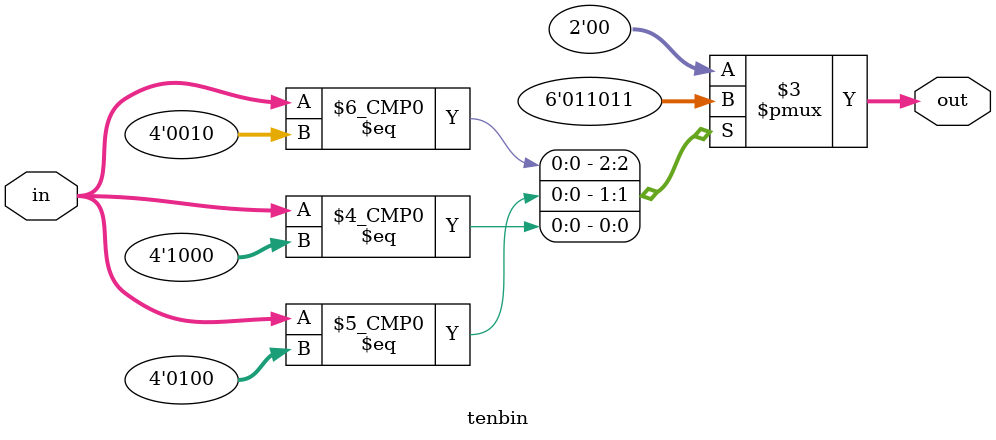
<source format=v>
module tenbin (
    input [3:0] in,
    output reg [1:0] out
);
  always @(in) begin
    case (in)
      //in     out
      'b0001: out = 'b00;
      'b0010: out = 'b01;
      'b0100: out = 'b10;
      'b1000: out = 'b11;
      default: out = 'b00;
    endcase
  end
endmodule

</source>
